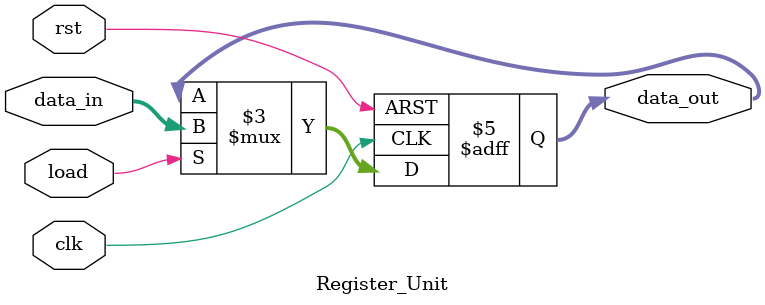
<source format=v>
`timescale 1ns / 1ps


module Register_Unit(data_out, data_in, load, clk, rst);
  parameter 		word_size = 8;
  output [word_size-1: 0] 	data_out;
  input 	[word_size-1: 0] 	data_in;
  input 			load;
  input 			clk, rst;
  reg 	[word_size-1: 0]	data_out;

  always @ (posedge clk or negedge rst)
    if (rst == 0) data_out <= 0; else if (load) data_out <= data_in;
endmodule

</source>
